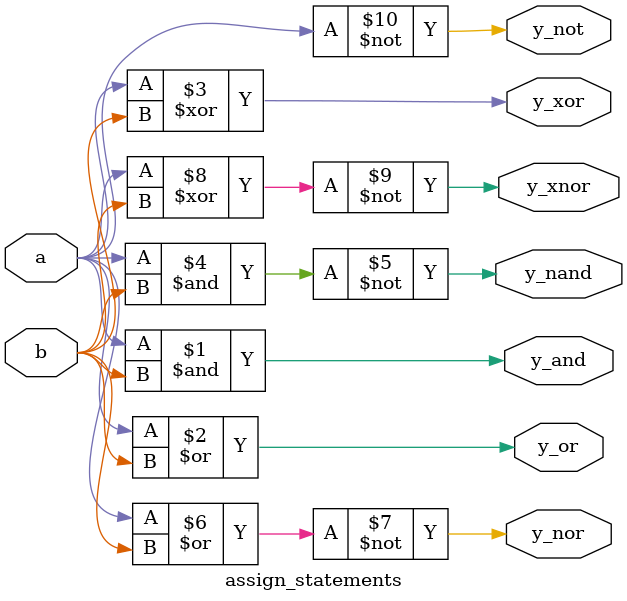
<source format=sv>

module assign_statements(a, b, y_and, y_or, y_xor, y_nand, y_nor, y_xnor, y_not);
  input logic a, b;
  output logic y_and, y_or, y_xor, y_nand, y_nor, y_xnor, y_not;

  // Simple two-input patterns that sv2svg can handle
  assign y_and = a & b;
  assign y_or = a | b;
  assign y_xor = a ^ b;
  assign y_nand = ~(a & b);
  assign y_nor = ~(a | b);
  assign y_xnor = ~(a ^ b);
  assign y_not = ~a;
endmodule
</source>
